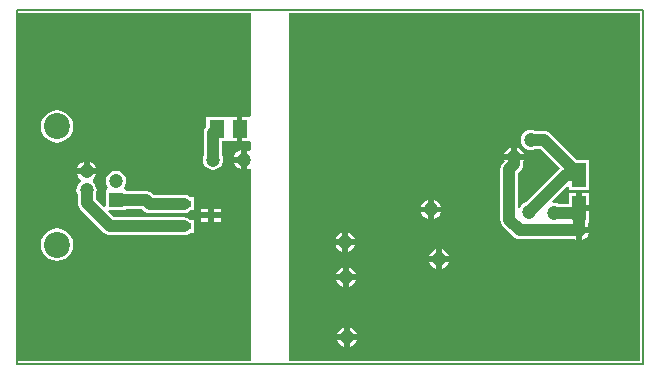
<source format=gbl>
G04*
G04 #@! TF.GenerationSoftware,Altium Limited,Altium Designer,19.1.7 (138)*
G04*
G04 Layer_Physical_Order=2*
G04 Layer_Color=16711680*
%FSLAX44Y44*%
%MOMM*%
G71*
G01*
G75*
%ADD10R,1.2000X2.0000*%
%ADD11R,1.1500X0.6000*%
%ADD12R,1.3000X1.5000*%
%ADD13C,1.0000*%
%ADD14C,0.2000*%
%ADD15C,2.2000*%
%ADD16R,1.2000X1.2000*%
%ADD17C,1.2000*%
G36*
X1269465Y1002590D02*
X1566876D01*
Y1297410D01*
X1269466D01*
X1269465Y1002590D01*
D02*
G37*
G36*
X1039466D02*
X1237466D01*
Y1164620D01*
X1235466Y1165413D01*
X1233966Y1164792D01*
Y1173000D01*
Y1181208D01*
X1235466Y1180587D01*
X1237466Y1181380D01*
Y1187151D01*
X1237005Y1188960D01*
X1235465Y1188960D01*
X1230465D01*
Y1199000D01*
Y1209040D01*
X1235465D01*
X1237005Y1209040D01*
X1237466Y1210849D01*
Y1297410D01*
X1039466D01*
X1039466Y1002590D01*
D02*
G37*
%LPC*%
G36*
X1474466Y1198114D02*
X1476695Y1197820D01*
X1478421Y1197105D01*
X1485966D01*
X1487934Y1196846D01*
X1489008Y1196401D01*
X1489768Y1196086D01*
X1491343Y1194878D01*
X1513681Y1172540D01*
X1524005D01*
Y1147460D01*
X1506926D01*
Y1150045D01*
X1505752Y1150531D01*
X1492893Y1137672D01*
X1493486Y1136469D01*
X1494568Y1136611D01*
X1496797Y1136318D01*
X1498524Y1135603D01*
X1506926D01*
Y1144540D01*
X1512966D01*
Y1132000D01*
X1515466D01*
Y1129500D01*
X1524005D01*
Y1119460D01*
X1523071D01*
Y1116956D01*
X1523674Y1115500D01*
X1515466D01*
Y1113000D01*
X1512966D01*
Y1104792D01*
X1511510Y1105395D01*
X1465221D01*
X1463252Y1105654D01*
X1461418Y1106414D01*
X1459843Y1107622D01*
X1451088Y1116378D01*
X1449879Y1117953D01*
X1449120Y1119787D01*
X1448860Y1121755D01*
Y1165000D01*
X1449120Y1166968D01*
X1449565Y1168043D01*
X1449879Y1168802D01*
X1451088Y1170378D01*
X1452537Y1171826D01*
X1452257Y1172500D01*
X1468674D01*
X1468071Y1171044D01*
Y1169000D01*
X1467811Y1167032D01*
X1467052Y1165197D01*
X1465843Y1163622D01*
X1464071Y1161850D01*
Y1131953D01*
X1465341Y1131701D01*
X1466006Y1133307D01*
X1467375Y1135091D01*
X1469159Y1136460D01*
X1470885Y1137175D01*
X1499088Y1165378D01*
X1499103Y1165607D01*
X1482815Y1181895D01*
X1478421D01*
X1476695Y1181180D01*
X1474466Y1180886D01*
X1472236Y1181180D01*
X1470159Y1182040D01*
X1468375Y1183409D01*
X1467006Y1185193D01*
X1466145Y1187271D01*
X1465852Y1189500D01*
X1466145Y1191729D01*
X1467006Y1193807D01*
X1468375Y1195591D01*
X1470159Y1196960D01*
X1472236Y1197820D01*
X1474466Y1198114D01*
D02*
G37*
G36*
X1457966Y1183208D02*
Y1177500D01*
X1452257D01*
X1453006Y1179307D01*
X1454375Y1181091D01*
X1456159Y1182460D01*
X1457966Y1183208D01*
D02*
G37*
G36*
X1462966D02*
X1464772Y1182460D01*
X1466556Y1181091D01*
X1467925Y1179307D01*
X1468674Y1177500D01*
X1462966D01*
Y1183208D01*
D02*
G37*
G36*
X1517966Y1144540D02*
X1524005D01*
Y1134500D01*
X1517966D01*
Y1144540D01*
D02*
G37*
G36*
X1387715Y1138958D02*
Y1133250D01*
X1382007D01*
X1382756Y1135057D01*
X1384125Y1136841D01*
X1385909Y1138210D01*
X1387715Y1138958D01*
D02*
G37*
G36*
X1392715D02*
X1394522Y1138210D01*
X1396306Y1136841D01*
X1397675Y1135057D01*
X1398424Y1133250D01*
X1392715D01*
Y1138958D01*
D02*
G37*
G36*
X1382007Y1128250D02*
X1387715D01*
Y1122542D01*
X1385909Y1123290D01*
X1384125Y1124659D01*
X1382756Y1126443D01*
X1382007Y1128250D01*
D02*
G37*
G36*
X1392715D02*
X1398424D01*
X1397675Y1126443D01*
X1396306Y1124659D01*
X1394522Y1123290D01*
X1392715Y1122542D01*
Y1128250D01*
D02*
G37*
G36*
X1314966Y1111208D02*
Y1105500D01*
X1309258D01*
X1310006Y1107307D01*
X1311375Y1109091D01*
X1313159Y1110460D01*
X1314966Y1111208D01*
D02*
G37*
G36*
X1319966D02*
X1321772Y1110460D01*
X1323556Y1109091D01*
X1324925Y1107307D01*
X1325674Y1105500D01*
X1319966D01*
Y1111208D01*
D02*
G37*
G36*
X1517966Y1110500D02*
X1523674D01*
X1522925Y1108693D01*
X1521556Y1106909D01*
X1519772Y1105540D01*
X1517966Y1104792D01*
Y1110500D01*
D02*
G37*
G36*
X1309258Y1100500D02*
X1314966D01*
Y1094792D01*
X1313159Y1095540D01*
X1311375Y1096909D01*
X1310006Y1098693D01*
X1309258Y1100500D01*
D02*
G37*
G36*
X1319966D02*
X1325674D01*
X1324925Y1098693D01*
X1323556Y1096909D01*
X1321772Y1095540D01*
X1319966Y1094792D01*
Y1100500D01*
D02*
G37*
G36*
X1394368Y1097106D02*
Y1091398D01*
X1388660D01*
X1389408Y1093205D01*
X1390777Y1094989D01*
X1392561Y1096357D01*
X1394368Y1097106D01*
D02*
G37*
G36*
X1399368D02*
X1401175Y1096357D01*
X1402959Y1094989D01*
X1404328Y1093205D01*
X1405076Y1091398D01*
X1399368D01*
Y1097106D01*
D02*
G37*
G36*
X1388660Y1086398D02*
X1394368D01*
Y1080690D01*
X1392561Y1081438D01*
X1390777Y1082807D01*
X1389408Y1084591D01*
X1388660Y1086398D01*
D02*
G37*
G36*
X1399368D02*
X1405076D01*
X1404328Y1084591D01*
X1402959Y1082807D01*
X1401175Y1081438D01*
X1399368Y1080690D01*
Y1086398D01*
D02*
G37*
G36*
X1315616Y1081558D02*
Y1075850D01*
X1309907D01*
X1310656Y1077657D01*
X1312025Y1079441D01*
X1313809Y1080810D01*
X1315616Y1081558D01*
D02*
G37*
G36*
X1320616D02*
X1322422Y1080810D01*
X1324206Y1079441D01*
X1325575Y1077657D01*
X1326324Y1075850D01*
X1320616D01*
Y1081558D01*
D02*
G37*
G36*
X1309907Y1070850D02*
X1315616D01*
Y1065142D01*
X1313809Y1065890D01*
X1312025Y1067259D01*
X1310656Y1069043D01*
X1309907Y1070850D01*
D02*
G37*
G36*
X1320616D02*
X1326324D01*
X1325575Y1069043D01*
X1324206Y1067259D01*
X1322422Y1065890D01*
X1320616Y1065142D01*
Y1070850D01*
D02*
G37*
G36*
X1316516Y1030758D02*
Y1025050D01*
X1310807D01*
X1311556Y1026857D01*
X1312925Y1028641D01*
X1314709Y1030010D01*
X1316516Y1030758D01*
D02*
G37*
G36*
X1321516D02*
X1323322Y1030010D01*
X1325106Y1028641D01*
X1326475Y1026857D01*
X1327224Y1025050D01*
X1321516D01*
Y1030758D01*
D02*
G37*
G36*
X1310807Y1020050D02*
X1316516D01*
Y1014342D01*
X1314709Y1015090D01*
X1312925Y1016459D01*
X1311556Y1018243D01*
X1310807Y1020050D01*
D02*
G37*
G36*
X1321516D02*
X1327224D01*
X1326475Y1018243D01*
X1325106Y1016459D01*
X1323322Y1015090D01*
X1321516Y1014342D01*
Y1020050D01*
D02*
G37*
G36*
X1218006Y1209040D02*
X1220005Y1209040D01*
X1225465D01*
Y1199000D01*
Y1188960D01*
X1220005D01*
X1218925Y1188960D01*
X1216926Y1188960D01*
X1213071D01*
Y1176956D01*
X1213786Y1175229D01*
X1214079Y1173000D01*
X1213786Y1170771D01*
X1212925Y1168693D01*
X1211556Y1166909D01*
X1209772Y1165540D01*
X1207695Y1164680D01*
X1205465Y1164386D01*
X1203236Y1164680D01*
X1201159Y1165540D01*
X1199375Y1166909D01*
X1198006Y1168693D01*
X1197145Y1170771D01*
X1196852Y1173000D01*
X1197145Y1175229D01*
X1197860Y1176956D01*
Y1195500D01*
X1198120Y1197468D01*
X1198879Y1199303D01*
X1199926Y1200666D01*
Y1209040D01*
X1216926D01*
X1218006Y1209040D01*
D02*
G37*
G36*
X1073465Y1214657D02*
X1077000Y1214192D01*
X1080294Y1212827D01*
X1083122Y1210657D01*
X1085293Y1207828D01*
X1086657Y1204535D01*
X1087122Y1201000D01*
X1086657Y1197465D01*
X1085293Y1194172D01*
X1083122Y1191343D01*
X1080294Y1189173D01*
X1077000Y1187809D01*
X1073465Y1187343D01*
X1069931Y1187809D01*
X1066637Y1189173D01*
X1063809Y1191343D01*
X1061638Y1194172D01*
X1060274Y1197465D01*
X1059809Y1201000D01*
X1060274Y1204535D01*
X1061638Y1207828D01*
X1063809Y1210657D01*
X1066637Y1212827D01*
X1069931Y1214192D01*
X1073465Y1214657D01*
D02*
G37*
G36*
X1228966Y1181208D02*
Y1175500D01*
X1223257D01*
X1224006Y1177307D01*
X1225375Y1179091D01*
X1227159Y1180460D01*
X1228966Y1181208D01*
D02*
G37*
G36*
X1095966Y1171208D02*
Y1165500D01*
X1090257D01*
X1091006Y1167307D01*
X1092375Y1169091D01*
X1094159Y1170460D01*
X1095966Y1171208D01*
D02*
G37*
G36*
X1100966Y1171208D02*
X1102772Y1170460D01*
X1104556Y1169091D01*
X1105925Y1167307D01*
X1106674Y1165500D01*
X1100966D01*
Y1171208D01*
D02*
G37*
G36*
X1223257Y1170500D02*
X1228966D01*
Y1164792D01*
X1227159Y1165540D01*
X1225375Y1166909D01*
X1224006Y1168693D01*
X1223257Y1170500D01*
D02*
G37*
G36*
X1195425Y1131540D02*
X1201216D01*
Y1128500D01*
X1195425D01*
Y1131540D01*
D02*
G37*
G36*
X1206216D02*
X1212006D01*
Y1128500D01*
X1206216D01*
Y1131540D01*
D02*
G37*
G36*
X1195425Y1123500D02*
X1201216D01*
Y1120460D01*
X1195425D01*
Y1123500D01*
D02*
G37*
G36*
X1206216D02*
X1212006D01*
Y1120460D01*
X1206216D01*
Y1123500D01*
D02*
G37*
G36*
X1123465Y1163614D02*
X1125695Y1163320D01*
X1127772Y1162460D01*
X1129556Y1161091D01*
X1130925Y1159307D01*
X1131786Y1157229D01*
X1132079Y1155000D01*
X1131786Y1152771D01*
X1130925Y1150693D01*
X1130040Y1149540D01*
X1130866Y1147574D01*
X1130899Y1147540D01*
X1132005D01*
Y1146605D01*
X1148465D01*
X1150434Y1146346D01*
X1151508Y1145901D01*
X1152268Y1145586D01*
X1153843Y1144378D01*
X1155116Y1143105D01*
X1181216D01*
X1183184Y1142846D01*
X1185018Y1142086D01*
X1186382Y1141040D01*
X1189505D01*
Y1129960D01*
X1186382D01*
X1185018Y1128914D01*
X1183184Y1128154D01*
X1181216Y1127895D01*
X1151965D01*
X1149997Y1128154D01*
X1148163Y1128914D01*
X1146588Y1130122D01*
X1145315Y1131395D01*
X1132005D01*
Y1130460D01*
X1117774D01*
X1117009Y1128612D01*
X1121516Y1124105D01*
X1181216D01*
X1183184Y1123846D01*
X1185018Y1123086D01*
X1186382Y1122040D01*
X1189505D01*
Y1110960D01*
X1186382D01*
X1185018Y1109914D01*
X1183184Y1109154D01*
X1181216Y1108895D01*
X1118365D01*
X1116397Y1109154D01*
X1114563Y1109914D01*
X1112988Y1111122D01*
X1093088Y1131022D01*
X1091879Y1132598D01*
X1091120Y1134432D01*
X1090861Y1136400D01*
Y1143044D01*
X1090145Y1144771D01*
X1089852Y1147000D01*
X1090145Y1149229D01*
X1091006Y1151307D01*
X1092375Y1153091D01*
X1093292Y1153794D01*
X1093355Y1153922D01*
X1093355Y1156078D01*
X1093292Y1156206D01*
X1092375Y1156909D01*
X1091006Y1158693D01*
X1090257Y1160500D01*
X1098466D01*
X1106674D01*
X1105925Y1158693D01*
X1104556Y1156909D01*
X1103640Y1156206D01*
X1103576Y1156078D01*
X1103576Y1153922D01*
X1103640Y1153794D01*
X1104556Y1153091D01*
X1105925Y1151307D01*
X1106786Y1149229D01*
X1107079Y1147000D01*
X1106786Y1144771D01*
X1106071Y1143044D01*
Y1139550D01*
X1113078Y1132543D01*
X1114926Y1133308D01*
Y1147540D01*
X1116032D01*
X1116065Y1147574D01*
X1116891Y1149540D01*
X1116006Y1150693D01*
X1115145Y1152771D01*
X1114852Y1155000D01*
X1115145Y1157229D01*
X1116006Y1159307D01*
X1117375Y1161091D01*
X1119159Y1162460D01*
X1121236Y1163320D01*
X1123465Y1163614D01*
D02*
G37*
G36*
X1073465Y1114657D02*
X1077000Y1114192D01*
X1080294Y1112827D01*
X1083122Y1110657D01*
X1085293Y1107828D01*
X1086657Y1104535D01*
X1087122Y1101000D01*
X1086657Y1097465D01*
X1085293Y1094172D01*
X1083122Y1091343D01*
X1080294Y1089173D01*
X1077000Y1087809D01*
X1073465Y1087343D01*
X1069931Y1087809D01*
X1066637Y1089173D01*
X1063809Y1091343D01*
X1061638Y1094172D01*
X1060274Y1097465D01*
X1059809Y1101000D01*
X1060274Y1104535D01*
X1061638Y1107828D01*
X1063809Y1110657D01*
X1066637Y1112827D01*
X1069931Y1114192D01*
X1073465Y1114657D01*
D02*
G37*
%LPD*%
D10*
X1515466Y1132000D02*
D03*
Y1160000D02*
D03*
D11*
X1181216Y1135500D02*
D03*
Y1116500D02*
D03*
X1203716Y1126000D02*
D03*
D12*
X1208966Y1199000D02*
D03*
X1227965D02*
D03*
D13*
X1514466Y1127998D02*
X1494568D01*
X1515466Y1160000D02*
X1485966Y1189500D01*
X1474466D01*
X1151965Y1135500D02*
X1148465Y1139000D01*
X1123465D01*
X1118365Y1116500D02*
X1098465Y1136400D01*
Y1147000D01*
X1181216Y1116500D02*
X1118365D01*
X1181216Y1135500D02*
X1151965D01*
X1515466Y1128998D02*
Y1132000D01*
Y1113000D02*
Y1128998D01*
X1514466Y1127998D01*
X1504465Y1160000D02*
X1473466Y1129000D01*
X1456465Y1121755D02*
Y1165000D01*
X1515466Y1113000D02*
X1465221D01*
X1460466Y1169000D02*
X1456465Y1165000D01*
X1465221Y1113000D02*
X1456465Y1121755D01*
X1515466Y1160000D02*
X1504465D01*
X1460466Y1169000D02*
Y1175000D01*
X1208966Y1199000D02*
X1205465Y1195500D01*
Y1173000D02*
Y1195500D01*
X1227965Y1199000D02*
Y1200000D01*
D14*
X1039465Y1000000D02*
Y1300000D01*
X1569465Y1000000D02*
X1039465D01*
X1569465D02*
Y1300000D01*
X1039465D01*
D15*
X1073465Y1201000D02*
D03*
Y1101000D02*
D03*
D16*
X1123465Y1139000D02*
D03*
D17*
X1098465Y1147000D02*
D03*
X1123465Y1155000D02*
D03*
X1098465Y1163000D02*
D03*
X1494568Y1127998D02*
D03*
X1474466Y1189500D02*
D03*
X1515466Y1113000D02*
D03*
X1396868Y1088898D02*
D03*
X1473466Y1129000D02*
D03*
X1390215Y1130750D02*
D03*
X1460466Y1175000D02*
D03*
X1318116Y1073350D02*
D03*
X1317466Y1103000D02*
D03*
X1319016Y1022550D02*
D03*
X1205465Y1173000D02*
D03*
X1231466D02*
D03*
M02*

</source>
